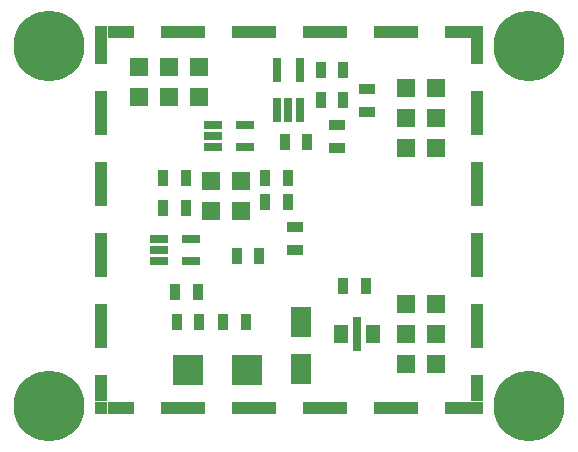
<source format=gbr>
%TF.GenerationSoftware,KiCad,Pcbnew,6.0.10+dfsg-1~bpo11+1*%
%TF.CreationDate,2023-02-14T07:58:38+00:00*%
%TF.ProjectId,PCRD06A,50435244-3036-4412-9e6b-696361645f70,REV*%
%TF.SameCoordinates,Original*%
%TF.FileFunction,Soldermask,Bot*%
%TF.FilePolarity,Negative*%
%FSLAX46Y46*%
G04 Gerber Fmt 4.6, Leading zero omitted, Abs format (unit mm)*
G04 Created by KiCad (PCBNEW 6.0.10+dfsg-1~bpo11+1) date 2023-02-14 07:58:38*
%MOMM*%
%LPD*%
G01*
G04 APERTURE LIST*
%ADD10C,6.000000*%
%ADD11R,1.524000X1.524000*%
%ADD12R,0.889000X1.397000*%
%ADD13R,0.650000X2.000000*%
%ADD14R,2.550160X2.499360*%
%ADD15R,1.800000X2.500000*%
%ADD16R,1.397000X0.889000*%
%ADD17R,1.300000X1.500000*%
%ADD18R,0.700000X3.000000*%
%ADD19R,3.800000X1.000000*%
%ADD20R,2.300000X1.000000*%
%ADD21R,1.000000X3.800000*%
%ADD22R,1.000000X1.000000*%
%ADD23R,1.000000X2.300000*%
%ADD24R,1.560000X0.650000*%
G04 APERTURE END LIST*
D10*
%TO.C,M1*%
X5080000Y35560000D03*
%TD*%
%TO.C,M2*%
X45720000Y5080000D03*
%TD*%
%TO.C,M3*%
X45720000Y35560000D03*
%TD*%
%TO.C,M4*%
X5080000Y5080000D03*
%TD*%
D11*
%TO.C,J8*%
X12700000Y31242000D03*
X12700000Y33782000D03*
X15240000Y31242000D03*
X15240000Y33782000D03*
X17780000Y31242000D03*
X17780000Y33782000D03*
%TD*%
%TO.C,J1*%
X37846000Y8636000D03*
X35306000Y8636000D03*
X37846000Y11176000D03*
X35306000Y11176000D03*
X37846000Y13716000D03*
X35306000Y13716000D03*
%TD*%
%TO.C,J2*%
X35306000Y32004000D03*
X37846000Y32004000D03*
%TD*%
%TO.C,J3*%
X18796000Y21590000D03*
X18796000Y24130000D03*
%TD*%
%TO.C,J5*%
X35306000Y26924000D03*
X37846000Y26924000D03*
%TD*%
%TO.C,J6*%
X35306000Y29464000D03*
X37846000Y29464000D03*
%TD*%
%TO.C,J7*%
X21336000Y21590000D03*
X21336000Y24130000D03*
%TD*%
D12*
%TO.C,C2*%
X16637000Y21844000D03*
X14732000Y21844000D03*
%TD*%
D13*
%TO.C,U2*%
X26284000Y30108000D03*
X25334000Y30108000D03*
X24384000Y30108000D03*
X24384000Y33528000D03*
X26284000Y33528000D03*
%TD*%
D14*
%TO.C,C1*%
X21844000Y8128000D03*
X16794480Y8128000D03*
%TD*%
D12*
%TO.C,C4*%
X29972000Y15240000D03*
X31877000Y15240000D03*
%TD*%
%TO.C,C7*%
X28067000Y30988000D03*
X29972000Y30988000D03*
%TD*%
%TO.C,C8*%
X25273000Y22352000D03*
X23368000Y22352000D03*
%TD*%
%TO.C,C9*%
X17780000Y12192000D03*
X15875000Y12192000D03*
%TD*%
%TO.C,C12*%
X28067000Y33528000D03*
X29972000Y33528000D03*
%TD*%
%TO.C,C13*%
X25273000Y24384000D03*
X23368000Y24384000D03*
%TD*%
%TO.C,C14*%
X17653000Y14732000D03*
X15748000Y14732000D03*
%TD*%
%TO.C,C19*%
X25019000Y27432000D03*
X26924000Y27432000D03*
%TD*%
D15*
%TO.C,D1*%
X26416000Y12160000D03*
X26416000Y8160000D03*
%TD*%
D16*
%TO.C,R1*%
X32004000Y29972000D03*
X32004000Y31877000D03*
%TD*%
%TO.C,R3*%
X29464000Y28829000D03*
X29464000Y26924000D03*
%TD*%
%TO.C,R4*%
X25908000Y20193000D03*
X25908000Y18288000D03*
%TD*%
D12*
%TO.C,R5*%
X19812000Y12192000D03*
X21717000Y12192000D03*
%TD*%
%TO.C,R12*%
X16637000Y24384000D03*
X14732000Y24384000D03*
%TD*%
%TO.C,R13*%
X22860000Y17780000D03*
X20955000Y17780000D03*
%TD*%
D17*
%TO.C,C21*%
X29812000Y11176000D03*
D18*
X31162000Y11176000D03*
D17*
X32512000Y11176000D03*
%TD*%
D19*
%TO.C,M5*%
X34400000Y4928000D03*
D20*
X39650000Y36728000D03*
D19*
X34400000Y36728000D03*
D21*
X9500000Y29828000D03*
X41300000Y17828000D03*
X41300000Y29828000D03*
D20*
X11150000Y36728000D03*
D19*
X22400000Y36728000D03*
D21*
X9500000Y11828000D03*
D22*
X41300000Y4928000D03*
D21*
X9500000Y23828000D03*
D19*
X16400000Y4928000D03*
D23*
X41300000Y6578000D03*
D20*
X11150000Y4928000D03*
X39650000Y4928000D03*
D19*
X16400000Y36728000D03*
D22*
X9500000Y4928000D03*
D23*
X41300000Y35078000D03*
D19*
X28400000Y36728000D03*
X22400000Y4928000D03*
D21*
X41300000Y11828000D03*
D23*
X9500000Y35078000D03*
D22*
X9500000Y36728000D03*
D21*
X41300000Y23828000D03*
D23*
X9500000Y6578000D03*
D21*
X9500000Y17828000D03*
D19*
X28400000Y4928000D03*
D22*
X41300000Y36728000D03*
%TD*%
D24*
%TO.C,U5*%
X14398000Y17338000D03*
X14398000Y18288000D03*
X14398000Y19238000D03*
X17098000Y19238000D03*
X17098000Y17338000D03*
%TD*%
%TO.C,U1*%
X18970000Y26990000D03*
X18970000Y27940000D03*
X18970000Y28890000D03*
X21670000Y28890000D03*
X21670000Y26990000D03*
%TD*%
M02*

</source>
